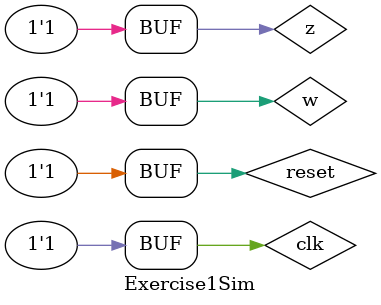
<source format=v>
`timescale 1ns / 1ps


module Exercise1Sim;

    reg reset, clk, w, z;
    wire Q;
    
    Exercise1 uut(reset, clk, w, z, Q);
    
    initial begin
    
        reset = 0;
        #1 reset = 1;
        
        #1 clk = 0; w = 0; z = 0;
        #1 clk = 1; w = 0; z = 1;
        #1 clk = 0; w = 1; z = 0;
        #1 clk = 1; w = 1; z = 1;
        #1 clk = 0; w = 0; z = 0;
        #1 clk = 1; w = 0; z = 1;
        #1 clk = 0; w = 1; z = 0;
        #1 clk = 1; w = 1; z = 1;
        #1 clk = 0; w = 0; z = 0;
        #1 clk = 1; w = 0; z = 1;
        #1 clk = 0; w = 1; z = 0;
        #1 clk = 1; w = 1; z = 1;
    
    end
endmodule

</source>
